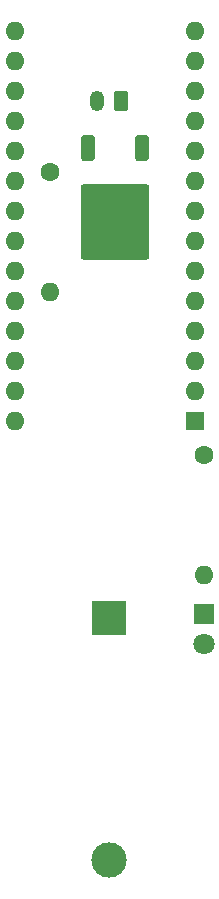
<source format=gbr>
%TF.GenerationSoftware,KiCad,Pcbnew,7.0.8*%
%TF.CreationDate,2023-10-17T23:29:07+09:00*%
%TF.ProjectId,radicon-client,72616469-636f-46e2-9d63-6c69656e742e,rev?*%
%TF.SameCoordinates,Original*%
%TF.FileFunction,Soldermask,Top*%
%TF.FilePolarity,Negative*%
%FSLAX46Y46*%
G04 Gerber Fmt 4.6, Leading zero omitted, Abs format (unit mm)*
G04 Created by KiCad (PCBNEW 7.0.8) date 2023-10-17 23:29:07*
%MOMM*%
%LPD*%
G01*
G04 APERTURE LIST*
G04 Aperture macros list*
%AMRoundRect*
0 Rectangle with rounded corners*
0 $1 Rounding radius*
0 $2 $3 $4 $5 $6 $7 $8 $9 X,Y pos of 4 corners*
0 Add a 4 corners polygon primitive as box body*
4,1,4,$2,$3,$4,$5,$6,$7,$8,$9,$2,$3,0*
0 Add four circle primitives for the rounded corners*
1,1,$1+$1,$2,$3*
1,1,$1+$1,$4,$5*
1,1,$1+$1,$6,$7*
1,1,$1+$1,$8,$9*
0 Add four rect primitives between the rounded corners*
20,1,$1+$1,$2,$3,$4,$5,0*
20,1,$1+$1,$4,$5,$6,$7,0*
20,1,$1+$1,$6,$7,$8,$9,0*
20,1,$1+$1,$8,$9,$2,$3,0*%
G04 Aperture macros list end*
%ADD10C,1.600000*%
%ADD11O,1.600000X1.600000*%
%ADD12R,1.800000X1.800000*%
%ADD13C,1.800000*%
%ADD14RoundRect,0.250000X-0.350000X0.850000X-0.350000X-0.850000X0.350000X-0.850000X0.350000X0.850000X0*%
%ADD15RoundRect,0.249997X-2.650003X2.950003X-2.650003X-2.950003X2.650003X-2.950003X2.650003X2.950003X0*%
%ADD16RoundRect,0.250000X0.350000X0.625000X-0.350000X0.625000X-0.350000X-0.625000X0.350000X-0.625000X0*%
%ADD17O,1.200000X1.750000*%
%ADD18R,3.000000X3.000000*%
%ADD19C,3.000000*%
%ADD20R,1.600000X1.600000*%
G04 APERTURE END LIST*
D10*
%TO.C,R2*%
X152000000Y-100920000D03*
D11*
X152000000Y-111080000D03*
%TD*%
D12*
%TO.C,D1*%
X152000000Y-114460000D03*
D13*
X152000000Y-117000000D03*
%TD*%
D14*
%TO.C,Q1*%
X146805000Y-74960000D03*
D15*
X144525000Y-81260000D03*
D14*
X142245000Y-74960000D03*
%TD*%
D16*
%TO.C,J1*%
X145000000Y-70950000D03*
D17*
X143000000Y-70950000D03*
%TD*%
D18*
%TO.C,BT1*%
X144000000Y-114750000D03*
D19*
X144000000Y-135240000D03*
%TD*%
D10*
%TO.C,R1*%
X139000000Y-76960000D03*
D11*
X139000000Y-87120000D03*
%TD*%
D20*
%TO.C,U1*%
X151240000Y-98080000D03*
D11*
X151240000Y-95540000D03*
X151240000Y-93000000D03*
X151240000Y-90460000D03*
X151240000Y-87920000D03*
X151240000Y-85380000D03*
X151240000Y-82840000D03*
X151240000Y-80300000D03*
X151240000Y-77760000D03*
X151240000Y-75220000D03*
X151240000Y-72680000D03*
X151240000Y-70140000D03*
X151240000Y-67600000D03*
X151240000Y-65060000D03*
X136000000Y-65060000D03*
X136000000Y-67600000D03*
X136000000Y-70140000D03*
X136000000Y-72680000D03*
X136000000Y-75220000D03*
X136000000Y-77760000D03*
X136000000Y-80300000D03*
X136000000Y-82840000D03*
X136000000Y-85380000D03*
X136000000Y-87920000D03*
X136000000Y-90460000D03*
X136000000Y-93000000D03*
X136000000Y-95540000D03*
X136000000Y-98080000D03*
%TD*%
M02*

</source>
